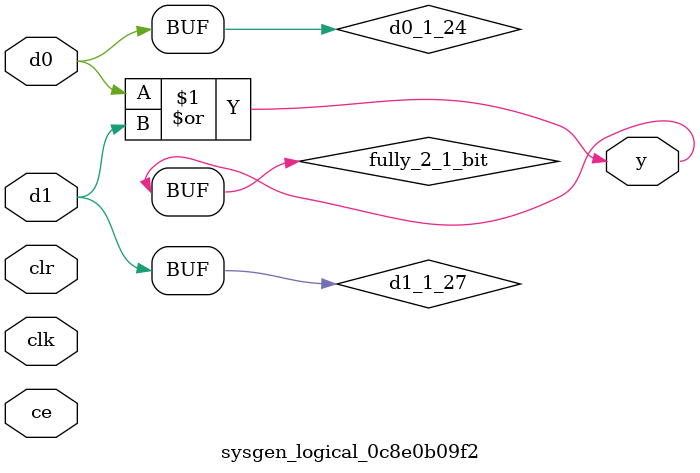
<source format=v>
module sysgen_logical_0c8e0b09f2 (
  input [(1 - 1):0] d0,
  input [(1 - 1):0] d1,
  output [(1 - 1):0] y,
  input clk,
  input ce,
  input clr);
  wire d0_1_24;
  wire d1_1_27;
  wire fully_2_1_bit;
  assign d0_1_24 = d0;
  assign d1_1_27 = d1;
  assign fully_2_1_bit = d0_1_24 | d1_1_27;
  assign y = fully_2_1_bit;
endmodule
</source>
